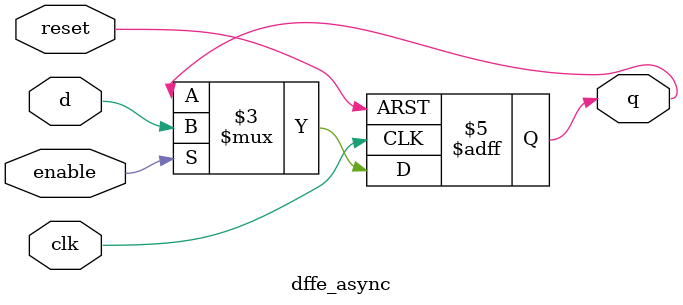
<source format=v>
module dffe_async(clk, d, q, enable, reset);
	 //input
	 input clk, d, enable, reset;
	 
	 //output
	 output reg q;
     
     initial begin
        q <= 1'b0;
     end
	 
	 always@(posedge clk or posedge reset) begin
		if (reset) begin
			q <= 1'b0;
		end else if (enable) begin
			q <= d;
		end
	 end
endmodule

</source>
